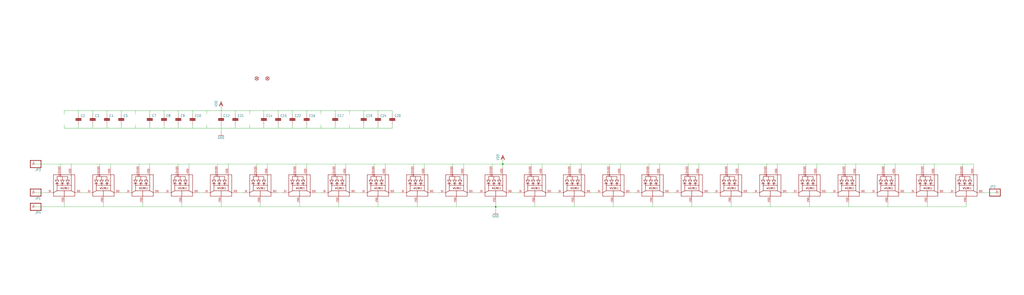
<source format=kicad_sch>
(kicad_sch (version 20231120) (generator "eeschema") (generator_version "8.0")
  (paper "User" 729.386 210.007)
  (lib_symbols
    (symbol "neopixel_ring_24-eagle-import:C-EUC0603"
      (property "Reference" "C" (at 1.524 0.381 0))
      (symbol "C-EUC0603_1_0"
        (rectangle (start -2.032 -2.032) (end 2.032 -1.524) (fill (type outline)))
        (rectangle (start -2.032 -1.016) (end 2.032 -0.508) (fill (type outline)))
        (polyline (pts (xy 0 -2.54) (xy 0 -2.032)) (stroke (width 0.1524)))
        (polyline (pts (xy 0 0) (xy 0 -0.508)) (stroke (width 0.1524)))
        (pin passive line (at 0 2.54 270) (length 2.54) (name "1") (number "1"))
        (pin passive line (at 0 -5.08 90) (length 2.54) (name "2") (number "2"))
      )
    )
    (symbol "neopixel_ring_24-eagle-import:FIDUCIAL{dblquote}{dblquote}"
      (symbol "FIDUCIAL{dblquote}{dblquote}_1_0"
        (polyline (pts (xy -0.762 0.762) (xy 0.762 -0.762)) (stroke (width 0.254)))
        (polyline (pts (xy 0.762 0.762) (xy -0.762 -0.762)) (stroke (width 0.254)))
        (circle (center 0 0) (radius 1.27) (stroke (width 0.254)))
      )
    )
    (symbol "neopixel_ring_24-eagle-import:GND" (power)
      (symbol "GND_1_0"
        (polyline (pts (xy -1.905 0) (xy 1.905 0)) (stroke (width 0.254)))
        (pin power_in line (at 0 2.54 270) (length 2.54) (name "GND") (number "1"))
      )
    )
    (symbol "neopixel_ring_24-eagle-import:PINHD-1X1CB"
      (property "Reference" "JP" (at -6.35 3.175 0))
      (symbol "PINHD-1X1CB_1_0"
        (polyline (pts (xy -6.35 -2.54) (xy 1.27 -2.54)) (stroke (width 0.4064)))
        (polyline (pts (xy -6.35 2.54) (xy -6.35 -2.54)) (stroke (width 0.4064)))
        (polyline (pts (xy 1.27 -2.54) (xy 1.27 2.54)) (stroke (width 0.4064)))
        (polyline (pts (xy 1.27 2.54) (xy -6.35 2.54)) (stroke (width 0.4064)))
        (pin passive inverted (at -2.54 0 0) (length 2.54) (name "1") (number "1"))
      )
    )
    (symbol "neopixel_ring_24-eagle-import:VDD" (power)
      (symbol "VDD_1_0"
        (polyline (pts (xy 0 0) (xy -1.27 -1.905)) (stroke (width 0.254)))
        (polyline (pts (xy 0 1.27) (xy -1.27 -1.905)) (stroke (width 0.254)))
        (polyline (pts (xy 1.27 -1.905) (xy 0 0)) (stroke (width 0.254)))
        (polyline (pts (xy 1.27 -1.905) (xy 0 1.27)) (stroke (width 0.254)))
        (pin power_in line (at 0 -2.54 90) (length 2.54) (name "VDD") (number "1"))
      )
    )
    (symbol "neopixel_ring_24-eagle-import:WS28115050"
      (symbol "WS28115050_1_0"
        (polyline (pts (xy -7.62 -5.08) (xy 0 -5.08)) (stroke (width 0.254)))
        (polyline (pts (xy -7.62 -2.54) (xy -7.62 -5.08)) (stroke (width 0.254)))
        (polyline (pts (xy -7.62 10.16) (xy -7.62 -2.54)) (stroke (width 0.254)))
        (polyline (pts (xy -6.35 3.81) (xy -5.08 3.81)) (stroke (width 0.254)))
        (polyline (pts (xy -6.35 6.35) (xy -5.08 6.35)) (stroke (width 0.254)))
        (polyline (pts (xy -5.08 -1.27) (xy -7.62 -2.54)) (stroke (width 0.254)))
        (polyline (pts (xy -5.08 -1.27) (xy 0 -1.27)) (stroke (width 0.254)))
        (polyline (pts (xy -5.08 2.54) (xy -5.08 -1.27)) (stroke (width 0.254)))
        (polyline (pts (xy -5.08 3.81) (xy -6.35 6.35)) (stroke (width 0.254)))
        (polyline (pts (xy -5.08 3.81) (xy -5.08 2.54)) (stroke (width 0.254)))
        (polyline (pts (xy -5.08 3.81) (xy -3.81 6.35)) (stroke (width 0.254)))
        (polyline (pts (xy -5.08 6.35) (xy -3.81 6.35)) (stroke (width 0.254)))
        (polyline (pts (xy -5.08 8.89) (xy -5.08 6.35)) (stroke (width 0.254)))
        (polyline (pts (xy -3.81 3.81) (xy -5.08 3.81)) (stroke (width 0.254)))
        (polyline (pts (xy -2.54 3.81) (xy -1.27 3.81)) (stroke (width 0.254)))
        (polyline (pts (xy -2.54 6.35) (xy 0 6.35)) (stroke (width 0.254)))
        (polyline (pts (xy -2.54 8.89) (xy -5.08 8.89)) (stroke (width 0.254)))
        (polyline (pts (xy -2.54 10.16) (xy -7.62 10.16)) (stroke (width 0.254)))
        (polyline (pts (xy -2.54 10.16) (xy -2.54 8.89)) (stroke (width 0.254)))
        (polyline (pts (xy -1.27 2.54) (xy -5.08 2.54)) (stroke (width 0.254)))
        (polyline (pts (xy -1.27 3.81) (xy -2.54 6.35)) (stroke (width 0.254)))
        (polyline (pts (xy -1.27 3.81) (xy -1.27 2.54)) (stroke (width 0.254)))
        (polyline (pts (xy -1.27 3.81) (xy 0 3.81)) (stroke (width 0.254)))
        (polyline (pts (xy -1.27 6.35) (xy -1.27 8.89)) (stroke (width 0.254)))
        (polyline (pts (xy -1.27 8.89) (xy -2.54 8.89)) (stroke (width 0.254)))
        (polyline (pts (xy 0 -5.08) (xy 7.62 -5.08)) (stroke (width 0.254)))
        (polyline (pts (xy 0 -1.27) (xy 0 -5.08)) (stroke (width 0.254)))
        (polyline (pts (xy 0 -1.27) (xy 5.08 -1.27)) (stroke (width 0.254)))
        (polyline (pts (xy 0 6.35) (xy -1.27 3.81)) (stroke (width 0.254)))
        (polyline (pts (xy 1.27 6.35) (xy 2.54 3.81)) (stroke (width 0.254)))
        (polyline (pts (xy 1.27 6.35) (xy 2.54 6.35)) (stroke (width 0.254)))
        (polyline (pts (xy 2.54 2.54) (xy -1.27 2.54)) (stroke (width 0.254)))
        (polyline (pts (xy 2.54 3.81) (xy 1.27 3.81)) (stroke (width 0.254)))
        (polyline (pts (xy 2.54 3.81) (xy 2.54 2.54)) (stroke (width 0.254)))
        (polyline (pts (xy 2.54 3.81) (xy 3.81 3.81)) (stroke (width 0.254)))
        (polyline (pts (xy 2.54 3.81) (xy 3.81 6.35)) (stroke (width 0.254)))
        (polyline (pts (xy 2.54 6.35) (xy 2.54 8.89)) (stroke (width 0.254)))
        (polyline (pts (xy 2.54 8.89) (xy -1.27 8.89)) (stroke (width 0.254)))
        (polyline (pts (xy 3.81 6.35) (xy 2.54 6.35)) (stroke (width 0.254)))
        (polyline (pts (xy 5.08 -1.27) (xy 5.08 2.54)) (stroke (width 0.254)))
        (polyline (pts (xy 5.08 -1.27) (xy 7.62 -2.54)) (stroke (width 0.254)))
        (polyline (pts (xy 5.08 2.54) (xy 2.54 2.54)) (stroke (width 0.254)))
        (polyline (pts (xy 5.08 10.16) (xy -2.54 10.16)) (stroke (width 0.254)))
        (polyline (pts (xy 5.08 10.16) (xy 5.08 2.54)) (stroke (width 0.254)))
        (polyline (pts (xy 7.62 -5.08) (xy 7.62 -2.54)) (stroke (width 0.254)))
        (polyline (pts (xy 7.62 -2.54) (xy 7.62 10.16)) (stroke (width 0.254)))
        (polyline (pts (xy 7.62 10.16) (xy 5.08 10.16)) (stroke (width 0.254)))
        (text "WS2811" (at 3.81 1.27 0) (effects (font (size 1.27 1.0795)) (justify right top)))
        (pin input line (at -12.7 -2.54 0) (length 5.08) (name "DI") (number "DI"))
        (pin output line (at 12.7 -2.54 180) (length 5.08) (name "DO") (number "DO"))
        (pin power_in line (at -2.54 15.24 270) (length 5.08) (name "LEDVDD") (number "LEDVDD"))
        (pin power_in line (at 5.08 15.24 270) (length 5.08) (name "VDD") (number "VDD"))
        (pin power_in line (at 0 -10.16 90) (length 5.08) (name "GND") (number "VSS"))
      )
    )
  )
  (junction (at 358.14 116.84))
  (junction (at 353.06 147.32))
  (wire (pts (xy 632.46 144.78) (xy 632.46 147.32)) (stroke (width 0.1524)))
  (wire (pts (xy 144.78 137.16) (xy 142.24 137.16)) (stroke (width 0.1524)))
  (wire (pts (xy 604.52 144.78) (xy 604.52 147.32)) (stroke (width 0.1524)))
  (wire (pts (xy 269.24 147.32) (xy 269.24 144.78)) (stroke (width 0.1524)))
  (wire (pts (xy 43.18 116.84) (xy 43.18 119.38)) (stroke (width 0.1524)))
  (wire (pts (xy 208.28 88.9) (xy 208.28 91.44)) (stroke (width 0.1524)))
  (wire (pts (xy 637.54 116.84) (xy 657.86 116.84)) (stroke (width 0.1524)))
  (wire (pts (xy 248.92 88.9) (xy 248.92 91.44)) (stroke (width 0.1524)))
  (wire (pts (xy 238.76 116.84) (xy 218.44 116.84)) (stroke (width 0.1524)))
  (wire (pts (xy 462.28 119.38) (xy 462.28 116.84)) (stroke (width 0.1524)))
  (wire (pts (xy 665.48 119.38) (xy 665.48 116.84)) (stroke (width 0.1524)))
  (wire (pts (xy 350.52 119.38) (xy 350.52 116.84)) (stroke (width 0.1524)))
  (wire (pts (xy 629.92 116.84) (xy 637.54 116.84)) (stroke (width 0.1524)))
  (wire (pts (xy 294.64 119.38) (xy 294.64 116.84)) (stroke (width 0.1524)))
  (wire (pts (xy 396.24 137.16) (xy 393.7 137.16)) (stroke (width 0.1524)))
  (wire (pts (xy 325.12 147.32) (xy 297.18 147.32)) (stroke (width 0.1524)))
  (wire (pts (xy 302.26 116.84) (xy 294.64 116.84)) (stroke (width 0.1524)))
  (wire (pts (xy 269.24 88.9) (xy 269.24 91.44)) (stroke (width 0.1524)))
  (wire (pts (xy 241.3 147.32) (xy 241.3 144.78)) (stroke (width 0.1524)))
  (wire (pts (xy 302.26 119.38) (xy 302.26 116.84)) (stroke (width 0.1524)))
  (wire (pts (xy 71.12 116.84) (xy 50.8 116.84)) (stroke (width 0.1524)))
  (wire (pts (xy 238.76 78.74) (xy 248.92 78.74)) (stroke (width 0.1524)))
  (wire (pts (xy 66.04 91.44) (xy 55.88 91.44)) (stroke (width 0.1524)))
  (wire (pts (xy 441.96 116.84) (xy 462.28 116.84)) (stroke (width 0.1524)))
  (wire (pts (xy 246.38 119.38) (xy 246.38 116.84)) (stroke (width 0.1524)))
  (wire (pts (xy 464.82 147.32) (xy 492.76 147.32)) (stroke (width 0.1524)))
  (wire (pts (xy 147.32 91.44) (xy 137.16 91.44)) (stroke (width 0.1524)))
  (wire (pts (xy 96.52 91.44) (xy 96.52 88.9)) (stroke (width 0.1524)))
  (wire (pts (xy 238.76 119.38) (xy 238.76 116.84)) (stroke (width 0.1524)))
  (wire (pts (xy 604.52 147.32) (xy 632.46 147.32)) (stroke (width 0.1524)))
  (wire (pts (xy 187.96 91.44) (xy 177.8 91.44)) (stroke (width 0.1524)))
  (wire (pts (xy 25.4 147.32) (xy 45.72 147.32)) (stroke (width 0.1524)))
  (wire (pts (xy 406.4 116.84) (xy 414.02 116.84)) (stroke (width 0.1524)))
  (wire (pts (xy 157.48 147.32) (xy 157.48 144.78)) (stroke (width 0.1524)))
  (wire (pts (xy 525.78 119.38) (xy 525.78 116.84)) (stroke (width 0.1524)))
  (wire (pts (xy 60.96 137.16) (xy 58.42 137.16)) (stroke (width 0.1524)))
  (wire (pts (xy 441.96 119.38) (xy 441.96 116.84)) (stroke (width 0.1524)))
  (wire (pts (xy 157.48 78.74) (xy 167.64 78.74)) (stroke (width 0.1524)))
  (wire (pts (xy 185.42 147.32) (xy 157.48 147.32)) (stroke (width 0.1524)))
  (wire (pts (xy 353.06 147.32) (xy 381 147.32)) (stroke (width 0.1524)))
  (wire (pts (xy 76.2 91.44) (xy 76.2 88.9)) (stroke (width 0.1524)))
  (wire (pts (xy 45.72 81.28) (xy 45.72 78.74)) (stroke (width 0.1524)))
  (wire (pts (xy 358.14 116.84) (xy 350.52 116.84)) (stroke (width 0.1524)))
  (wire (pts (xy 86.36 81.28) (xy 86.36 78.74)) (stroke (width 0.1524)))
  (wire (pts (xy 45.72 88.9) (xy 45.72 91.44)) (stroke (width 0.1524)))
  (wire (pts (xy 601.98 119.38) (xy 601.98 116.84)) (stroke (width 0.1524)))
  (wire (pts (xy 218.44 116.84) (xy 210.82 116.84)) (stroke (width 0.1524)))
  (wire (pts (xy 66.04 78.74) (xy 55.88 78.74)) (stroke (width 0.1524)))
  (wire (pts (xy 154.94 116.84) (xy 134.62 116.84)) (stroke (width 0.1524)))
  (wire (pts (xy 78.74 116.84) (xy 71.12 116.84)) (stroke (width 0.1524)))
  (wire (pts (xy 520.7 147.32) (xy 548.64 147.32)) (stroke (width 0.1524)))
  (wire (pts (xy 365.76 137.16) (xy 368.3 137.16)) (stroke (width 0.1524)))
  (wire (pts (xy 76.2 78.74) (xy 66.04 78.74)) (stroke (width 0.1524)))
  (wire (pts (xy 226.06 137.16) (xy 228.6 137.16)) (stroke (width 0.1524)))
  (wire (pts (xy 581.66 116.84) (xy 601.98 116.84)) (stroke (width 0.1524)))
  (wire (pts (xy 358.14 119.38) (xy 358.14 116.84)) (stroke (width 0.1524)))
  (wire (pts (xy 127 91.44) (xy 116.84 91.44)) (stroke (width 0.1524)))
  (wire (pts (xy 259.08 78.74) (xy 269.24 78.74)) (stroke (width 0.1524)))
  (wire (pts (xy 632.46 147.32) (xy 660.4 147.32)) (stroke (width 0.1524)))
  (wire (pts (xy 116.84 81.28) (xy 116.84 78.74)) (stroke (width 0.1524)))
  (wire (pts (xy 228.6 81.28) (xy 228.6 78.74)) (stroke (width 0.1524)))
  (wire (pts (xy 137.16 78.74) (xy 127 78.74)) (stroke (width 0.1524)))
  (wire (pts (xy 266.7 119.38) (xy 266.7 116.84)) (stroke (width 0.1524)))
  (wire (pts (xy 208.28 81.28) (xy 208.28 78.74)) (stroke (width 0.1524)))
  (wire (pts (xy 629.92 119.38) (xy 629.92 116.84)) (stroke (width 0.1524)))
  (wire (pts (xy 187.96 81.28) (xy 187.96 78.74)) (stroke (width 0.1524)))
  (wire (pts (xy 134.62 116.84) (xy 127 116.84)) (stroke (width 0.1524)))
  (wire (pts (xy 330.2 119.38) (xy 330.2 116.84)) (stroke (width 0.1524)))
  (wire (pts (xy 177.8 91.44) (xy 167.64 91.44)) (stroke (width 0.1524)))
  (wire (pts (xy 55.88 81.28) (xy 55.88 78.74)) (stroke (width 0.1524)))
  (wire (pts (xy 187.96 88.9) (xy 187.96 91.44)) (stroke (width 0.1524)))
  (wire (pts (xy 325.12 147.32) (xy 325.12 144.78)) (stroke (width 0.1524)))
  (wire (pts (xy 66.04 91.44) (xy 66.04 88.9)) (stroke (width 0.1524)))
  (wire (pts (xy 269.24 147.32) (xy 241.3 147.32)) (stroke (width 0.1524)))
  (wire (pts (xy 266.7 116.84) (xy 246.38 116.84)) (stroke (width 0.1524)))
  (wire (pts (xy 297.18 147.32) (xy 297.18 144.78)) (stroke (width 0.1524)))
  (wire (pts (xy 259.08 81.28) (xy 259.08 78.74)) (stroke (width 0.1524)))
  (wire (pts (xy 297.18 147.32) (xy 269.24 147.32)) (stroke (width 0.1524)))
  (wire (pts (xy 99.06 119.38) (xy 99.06 116.84)) (stroke (width 0.1524)))
  (wire (pts (xy 147.32 78.74) (xy 137.16 78.74)) (stroke (width 0.1524)))
  (wire (pts (xy 172.72 137.16) (xy 170.18 137.16)) (stroke (width 0.1524)))
  (wire (pts (xy 660.4 144.78) (xy 660.4 147.32)) (stroke (width 0.1524)))
  (wire (pts (xy 497.84 116.84) (xy 518.16 116.84)) (stroke (width 0.1524)))
  (wire (pts (xy 408.94 147.32) (xy 436.88 147.32)) (stroke (width 0.1524)))
  (wire (pts (xy 86.36 88.9) (xy 86.36 91.44)) (stroke (width 0.1524)))
  (wire (pts (xy 548.64 147.32) (xy 576.58 147.32)) (stroke (width 0.1524)))
  (wire (pts (xy 210.82 116.84) (xy 190.5 116.84)) (stroke (width 0.1524)))
  (wire (pts (xy 96.52 91.44) (xy 86.36 91.44)) (stroke (width 0.1524)))
  (wire (pts (xy 218.44 119.38) (xy 218.44 116.84)) (stroke (width 0.1524)))
  (wire (pts (xy 106.68 88.9) (xy 106.68 91.44)) (stroke (width 0.1524)))
  (wire (pts (xy 157.48 78.74) (xy 147.32 78.74)) (stroke (width 0.1524)))
  (wire (pts (xy 248.92 91.44) (xy 238.76 91.44)) (stroke (width 0.1524)))
  (wire (pts (xy 693.42 116.84) (xy 693.42 119.38)) (stroke (width 0.1524)))
  (wire (pts (xy 269.24 81.28) (xy 269.24 78.74)) (stroke (width 0.1524)))
  (wire (pts (xy 259.08 91.44) (xy 248.92 91.44)) (stroke (width 0.1524)))
  (wire (pts (xy 147.32 88.9) (xy 147.32 91.44)) (stroke (width 0.1524)))
  (wire (pts (xy 190.5 116.84) (xy 182.88 116.84)) (stroke (width 0.1524)))
  (wire (pts (xy 162.56 119.38) (xy 162.56 116.84)) (stroke (width 0.1524)))
  (wire (pts (xy 157.48 147.32) (xy 129.54 147.32)) (stroke (width 0.1524)))
  (wire (pts (xy 101.6 147.32) (xy 73.66 147.32)) (stroke (width 0.1524)))
  (wire (pts (xy 469.9 119.38) (xy 469.9 116.84)) (stroke (width 0.1524)))
  (wire (pts (xy 134.62 119.38) (xy 134.62 116.84)) (stroke (width 0.1524)))
  (wire (pts (xy 274.32 116.84) (xy 266.7 116.84)) (stroke (width 0.1524)))
  (wire (pts (xy 86.36 91.44) (xy 76.2 91.44)) (stroke (width 0.1524)))
  (wire (pts (xy 190.5 119.38) (xy 190.5 116.84)) (stroke (width 0.1524)))
  (wire (pts (xy 353.06 147.32) (xy 353.06 149.86)) (stroke (width 0.1524)))
  (wire (pts (xy 353.06 144.78) (xy 353.06 147.32)) (stroke (width 0.1524)))
  (wire (pts (xy 137.16 91.44) (xy 127 91.44)) (stroke (width 0.1524)))
  (wire (pts (xy 177.8 88.9) (xy 177.8 91.44)) (stroke (width 0.1524)))
  (wire (pts (xy 106.68 91.44) (xy 96.52 91.44)) (stroke (width 0.1524)))
  (wire (pts (xy 381 147.32) (xy 408.94 147.32)) (stroke (width 0.1524)))
  (wire (pts (xy 198.12 78.74) (xy 208.28 78.74)) (stroke (width 0.1524)))
  (wire (pts (xy 127 119.38) (xy 127 116.84)) (stroke (width 0.1524)))
  (wire (pts (xy 386.08 119.38) (xy 386.08 116.84)) (stroke (width 0.1524)))
  (wire (pts (xy 167.64 88.9) (xy 167.64 91.44)) (stroke (width 0.1524)))
  (wire (pts (xy 660.4 147.32) (xy 688.34 147.32)) (stroke (width 0.1524)))
  (wire (pts (xy 228.6 91.44) (xy 218.44 91.44)) (stroke (width 0.1524)))
  (wire (pts (xy 436.88 147.32) (xy 464.82 147.32)) (stroke (width 0.1524)))
  (wire (pts (xy 688.34 147.32) (xy 688.34 144.78)) (stroke (width 0.1524)))
  (wire (pts (xy 116.84 137.16) (xy 114.3 137.16)) (stroke (width 0.1524)))
  (wire (pts (xy 561.34 137.16) (xy 563.88 137.16)) (stroke (width 0.1524)))
  (wire (pts (xy 589.28 137.16) (xy 591.82 137.16)) (stroke (width 0.1524)))
  (wire (pts (xy 96.52 81.28) (xy 96.52 78.74)) (stroke (width 0.1524)))
  (wire (pts (xy 208.28 78.74) (xy 218.44 78.74)) (stroke (width 0.1524)))
  (wire (pts (xy 116.84 91.44) (xy 116.84 88.9)) (stroke (width 0.1524)))
  (wire (pts (xy 490.22 116.84) (xy 497.84 116.84)) (stroke (width 0.1524)))
  (wire (pts (xy 657.86 116.84) (xy 665.48 116.84)) (stroke (width 0.1524)))
  (wire (pts (xy 525.78 116.84) (xy 546.1 116.84)) (stroke (width 0.1524)))
  (wire (pts (xy 157.48 91.44) (xy 157.48 93.98)) (stroke (width 0.1524)))
  (wire (pts (xy 574.04 119.38) (xy 574.04 116.84)) (stroke (width 0.1524)))
  (wire (pts (xy 434.34 116.84) (xy 441.96 116.84)) (stroke (width 0.1524)))
  (wire (pts (xy 127 91.44) (xy 127 88.9)) (stroke (width 0.1524)))
  (wire (pts (xy 71.12 119.38) (xy 71.12 116.84)) (stroke (width 0.1524)))
  (wire (pts (xy 208.28 91.44) (xy 198.12 91.44)) (stroke (width 0.1524)))
  (wire (pts (xy 274.32 119.38) (xy 274.32 116.84)) (stroke (width 0.1524)))
  (wire (pts (xy 73.66 147.32) (xy 73.66 144.78)) (stroke (width 0.1524)))
  (wire (pts (xy 322.58 119.38) (xy 322.58 116.84)) (stroke (width 0.1524)))
  (wire (pts (xy 228.6 78.74) (xy 238.76 78.74)) (stroke (width 0.1524)))
  (wire (pts (xy 546.1 119.38) (xy 546.1 116.84)) (stroke (width 0.1524)))
  (wire (pts (xy 137.16 91.44) (xy 137.16 88.9)) (stroke (width 0.1524)))
  (wire (pts (xy 322.58 116.84) (xy 302.26 116.84)) (stroke (width 0.1524)))
  (wire (pts (xy 406.4 119.38) (xy 406.4 116.84)) (stroke (width 0.1524)))
  (wire (pts (xy 248.92 81.28) (xy 248.92 78.74)) (stroke (width 0.1524)))
  (wire (pts (xy 198.12 81.28) (xy 198.12 78.74)) (stroke (width 0.1524)))
  (wire (pts (xy 464.82 144.78) (xy 464.82 147.32)) (stroke (width 0.1524)))
  (wire (pts (xy 685.8 116.84) (xy 693.42 116.84)) (stroke (width 0.1524)))
  (wire (pts (xy 378.46 116.84) (xy 386.08 116.84)) (stroke (width 0.1524)))
  (wire (pts (xy 436.88 144.78) (xy 436.88 147.32)) (stroke (width 0.1524)))
  (wire (pts (xy 157.48 88.9) (xy 157.48 91.44)) (stroke (width 0.1524)))
  (wire (pts (xy 424.18 137.16) (xy 421.64 137.16)) (stroke (width 0.1524)))
  (wire (pts (xy 469.9 116.84) (xy 490.22 116.84)) (stroke (width 0.1524)))
  (wire (pts (xy 106.68 81.28) (xy 106.68 78.74)) (stroke (width 0.1524)))
  (wire (pts (xy 269.24 91.44) (xy 259.08 91.44)) (stroke (width 0.1524)))
  (wire (pts (xy 218.44 81.28) (xy 218.44 78.74)) (stroke (width 0.1524)))
  (wire (pts (xy 167.64 91.44) (xy 157.48 91.44)) (stroke (width 0.1524)))
  (wire (pts (xy 127 78.74) (xy 116.84 78.74)) (stroke (width 0.1524)))
  (wire (pts (xy 116.84 91.44) (xy 106.68 91.44)) (stroke (width 0.1524)))
  (wire (pts (xy 462.28 116.84) (xy 469.9 116.84)) (stroke (width 0.1524)))
  (wire (pts (xy 127 116.84) (xy 106.68 116.84)) (stroke (width 0.1524)))
  (wire (pts (xy 88.9 137.16) (xy 86.36 137.16)) (stroke (width 0.1524)))
  (wire (pts (xy 279.4 91.44) (xy 269.24 91.44)) (stroke (width 0.1524)))
  (wire (pts (xy 198.12 91.44) (xy 187.96 91.44)) (stroke (width 0.1524)))
  (wire (pts (xy 581.66 119.38) (xy 581.66 116.84)) (stroke (width 0.1524)))
  (wire (pts (xy 330.2 116.84) (xy 322.58 116.84)) (stroke (width 0.1524)))
  (wire (pts (xy 281.94 137.16) (xy 284.48 137.16)) (stroke (width 0.1524)))
  (wire (pts (xy 492.76 147.32) (xy 520.7 147.32)) (stroke (width 0.1524)))
  (wire (pts (xy 497.84 119.38) (xy 497.84 116.84)) (stroke (width 0.1524)))
  (wire (pts (xy 147.32 81.28) (xy 147.32 78.74)) (stroke (width 0.1524)))
  (wire (pts (xy 218.44 88.9) (xy 218.44 91.44)) (stroke (width 0.1524)))
  (wire (pts (xy 241.3 147.32) (xy 213.36 147.32)) (stroke (width 0.1524)))
  (wire (pts (xy 73.66 147.32) (xy 45.72 147.32)) (stroke (width 0.1524)))
  (wire (pts (xy 518.16 119.38) (xy 518.16 116.84)) (stroke (width 0.1524)))
  (wire (pts (xy 414.02 116.84) (xy 434.34 116.84)) (stroke (width 0.1524)))
  (wire (pts (xy 86.36 78.74) (xy 76.2 78.74)) (stroke (width 0.1524)))
  (wire (pts (xy 657.86 119.38) (xy 657.86 116.84)) (stroke (width 0.1524)))
  (wire (pts (xy 609.6 116.84) (xy 629.92 116.84)) (stroke (width 0.1524)))
  (wire (pts (xy 414.02 119.38) (xy 414.02 116.84)) (stroke (width 0.1524)))
  (wire (pts (xy 480.06 137.16) (xy 477.52 137.16)) (stroke (width 0.1524)))
  (wire (pts (xy 50.8 116.84) (xy 43.18 116.84)) (stroke (width 0.1524)))
  (wire (pts (xy 167.64 78.74) (xy 177.8 78.74)) (stroke (width 0.1524)))
  (wire (pts (xy 127 81.28) (xy 127 78.74)) (stroke (width 0.1524)))
  (wire (pts (xy 452.12 137.16) (xy 449.58 137.16)) (stroke (width 0.1524)))
  (wire (pts (xy 553.72 116.84) (xy 574.04 116.84)) (stroke (width 0.1524)))
  (wire (pts (xy 434.34 119.38) (xy 434.34 116.84)) (stroke (width 0.1524)))
  (wire (pts (xy 45.72 78.74) (xy 55.88 78.74)) (stroke (width 0.1524)))
  (wire (pts (xy 353.06 147.32) (xy 325.12 147.32)) (stroke (width 0.1524)))
  (wire (pts (xy 55.88 91.44) (xy 55.88 88.9)) (stroke (width 0.1524)))
  (wire (pts (xy 279.4 78.74) (xy 279.4 81.28)) (stroke (width 0.1524)))
  (wire (pts (xy 198.12 88.9) (xy 198.12 91.44)) (stroke (width 0.1524)))
  (wire (pts (xy 167.64 81.28) (xy 167.64 78.74)) (stroke (width 0.1524)))
  (wire (pts (xy 576.58 144.78) (xy 576.58 147.32)) (stroke (width 0.1524)))
  (wire (pts (xy 96.52 78.74) (xy 86.36 78.74)) (stroke (width 0.1524)))
  (wire (pts (xy 213.36 147.32) (xy 185.42 147.32)) (stroke (width 0.1524)))
  (wire (pts (xy 337.82 137.16) (xy 340.36 137.16)) (stroke (width 0.1524)))
  (wire (pts (xy 157.48 81.28) (xy 157.48 78.74)) (stroke (width 0.1524)))
  (wire (pts (xy 76.2 81.28) (xy 76.2 78.74)) (stroke (width 0.1524)))
  (wire (pts (xy 187.96 78.74) (xy 198.12 78.74)) (stroke (width 0.1524)))
  (wire (pts (xy 106.68 78.74) (xy 96.52 78.74)) (stroke (width 0.1524)))
  (wire (pts (xy 408.94 144.78) (xy 408.94 147.32)) (stroke (width 0.1524)))
  (wire (pts (xy 601.98 116.84) (xy 609.6 116.84)) (stroke (width 0.1524)))
  (wire (pts (xy 378.46 119.38) (xy 378.46 116.84)) (stroke (width 0.1524)))
  (wire (pts (xy 162.56 116.84) (xy 154.94 116.84)) (stroke (width 0.1524)))
  (wire (pts (xy 185.42 147.32) (xy 185.42 144.78)) (stroke (width 0.1524)))
  (wire (pts (xy 66.04 81.28) (xy 66.04 78.74)) (stroke (width 0.1524)))
  (wire (pts (xy 246.38 116.84) (xy 238.76 116.84)) (stroke (width 0.1524)))
  (wire (pts (xy 45.72 91.44) (xy 55.88 91.44)) (stroke (width 0.1524)))
  (wire (pts (xy 129.54 147.32) (xy 101.6 147.32)) (stroke (width 0.1524)))
  (wire (pts (xy 238.76 81.28) (xy 238.76 78.74)) (stroke (width 0.1524)))
  (wire (pts (xy 154.94 119.38) (xy 154.94 116.84)) (stroke (width 0.1524)))
  (wire (pts (xy 279.4 88.9) (xy 279.4 91.44)) (stroke (width 0.1524)))
  (wire (pts (xy 576.58 147.32) (xy 604.52 147.32)) (stroke (width 0.1524)))
  (wire (pts (xy 665.48 116.84) (xy 685.8 116.84)) (stroke (width 0.1524)))
  (wire (pts (xy 25.4 137.16) (xy 33.02 137.16)) (stroke (width 0.1524)))
  (wire (pts (xy 617.22 137.16) (xy 619.76 137.16)) (stroke (width 0.1524)))
  (wire (pts (xy 106.68 119.38) (xy 106.68 116.84)) (stroke (width 0.1524)))
  (wire (pts (xy 259.08 88.9) (xy 259.08 91.44)) (stroke (width 0.1524)))
  (wire (pts (xy 358.14 116.84) (xy 358.14 114.3)) (stroke (width 0.1524)))
  (wire (pts (xy 609.6 119.38) (xy 609.6 116.84)) (stroke (width 0.1524)))
  (wire (pts (xy 129.54 147.32) (xy 129.54 144.78)) (stroke (width 0.1524)))
  (wire (pts (xy 218.44 78.74) (xy 228.6 78.74)) (stroke (width 0.1524)))
  (wire (pts (xy 99.06 116.84) (xy 78.74 116.84)) (stroke (width 0.1524)))
  (wire (pts (xy 294.64 116.84) (xy 274.32 116.84)) (stroke (width 0.1524)))
  (wire (pts (xy 248.92 78.74) (xy 259.08 78.74)) (stroke (width 0.1524)))
  (wire (pts (xy 645.16 137.16) (xy 647.7 137.16)) (stroke (width 0.1524)))
  (wire (pts (xy 50.8 119.38) (xy 50.8 116.84)) (stroke (width 0.1524)))
  (wire (pts (xy 518.16 116.84) (xy 525.78 116.84)) (stroke (width 0.1524)))
  (wire (pts (xy 177.8 81.28) (xy 177.8 78.74)) (stroke (width 0.1524)))
  (wire (pts (xy 238.76 91.44) (xy 228.6 91.44)) (stroke (width 0.1524)))
  (wire (pts (xy 350.52 116.84) (xy 330.2 116.84)) (stroke (width 0.1524)))
  (wire (pts (xy 25.4 116.84) (xy 43.18 116.84)) (stroke (width 0.1524)))
  (wire (pts (xy 553.72 119.38) (xy 553.72 116.84)) (stroke (width 0.1524)))
  (wire (pts (xy 101.6 147.32) (xy 101.6 144.78)) (stroke (width 0.1524)))
  (wire (pts (xy 106.68 116.84) (xy 99.06 116.84)) (stroke (width 0.1524)))
  (wire (pts (xy 228.6 88.9) (xy 228.6 91.44)) (stroke (width 0.1524)))
  (wire (pts (xy 520.7 144.78) (xy 520.7 147.32)) (stroke (width 0.1524)))
  (wire (pts (xy 254 137.16) (xy 256.54 137.16)) (stroke (width 0.1524)))
  (wire (pts (xy 492.76 144.78) (xy 492.76 147.32)) (stroke (width 0.1524)))
  (wire (pts (xy 574.04 116.84) (xy 581.66 116.84)) (stroke (width 0.1524)))
  (wire (pts (xy 386.08 116.84) (xy 406.4 116.84)) (stroke (width 0.1524)))
  (wire (pts (xy 177.8 78.74) (xy 187.96 78.74)) (stroke (width 0.1524)))
  (wire (pts (xy 490.22 119.38) (xy 490.22 116.84)) (stroke (width 0.1524)))
  (wire (pts (xy 157.48 78.74) (xy 157.48 76.2)) (stroke (width 0.1524)))
  (wire (pts (xy 548.64 144.78) (xy 548.64 147.32)) (stroke (width 0.1524)))
  (wire (pts (xy 182.88 119.38) (xy 182.88 116.84)) (stroke (width 0.1524)))
  (wire (pts (xy 157.48 91.44) (xy 147.32 91.44)) (stroke (width 0.1524)))
  (wire (pts (xy 701.04 137.16) (xy 708.66 137.16)) (stroke (width 0.1524)))
  (wire (pts (xy 535.94 137.16) (xy 533.4 137.16)) (stroke (width 0.1524)))
  (wire (pts (xy 116.84 78.74) (xy 106.68 78.74)) (stroke (width 0.1524)))
  (wire (pts (xy 238.76 88.9) (xy 238.76 91.44)) (stroke (width 0.1524)))
  (wire (pts (xy 182.88 116.84) (xy 162.56 116.84)) (stroke (width 0.1524)))
  (wire (pts (xy 309.88 137.16) (xy 312.42 137.16)) (stroke (width 0.1524)))
  (wire (pts (xy 546.1 116.84) (xy 553.72 116.84)) (stroke (width 0.1524)))
  (wire (pts (xy 358.14 116.84) (xy 378.46 116.84)) (stroke (width 0.1524)))
  (wire (pts (xy 78.74 119.38) (xy 78.74 116.84)) (stroke (width 0.1524)))
  (wire (pts (xy 76.2 91.44) (xy 66.04 91.44)) (stroke (width 0.1524)))
  (wire (pts (xy 673.1 137.16) (xy 675.64 137.16)) (stroke (width 0.1524)))
  (wire (pts (xy 508 137.16) (xy 505.46 137.16)) (stroke (width 0.1524)))
  (wire (pts (xy 137.16 81.28) (xy 137.16 78.74)) (stroke (width 0.1524)))
  (wire (pts (xy 218.44 91.44) (xy 208.28 91.44)) (stroke (width 0.1524)))
  (wire (pts (xy 213.36 147.32) (xy 213.36 144.78)) (stroke (width 0.1524)))
  (wire (pts (xy 685.8 119.38) (xy 685.8 116.84)) (stroke (width 0.1524)))
  (wire (pts (xy 381 144.78) (xy 381 147.32)) (stroke (width 0.1524)))
  (wire (pts (xy 45.72 147.32) (xy 45.72 144.78)) (stroke (width 0.1524)))
  (wire (pts (xy 200.66 137.16) (xy 198.12 137.16)) (stroke (width 0.1524)))
  (wire (pts (xy 269.24 78.74) (xy 279.4 78.74)) (stroke (width 0.1524)))
  (wire (pts (xy 210.82 119.38) (xy 210.82 116.84)) (stroke (width 0.1524)))
  (wire (pts (xy 637.54 119.38) (xy 637.54 116.84)) (stroke (width 0.1524)))
  (symbol (lib_id "neopixel_ring_24-eagle-import:WS28115050") (at 408.94 134.62 0) (unit 1)
    (property "Reference" "LED14" (effects (hide yes)))
    (property "Value" "WS28115050" (effects (hide yes)))
    (property "Footprint" "neopixel_ring_24:WS28115050" (effects (hide yes)))
  )
  (symbol (lib_id "neopixel_ring_24-eagle-import:WS28115050") (at 213.36 134.62 0) (unit 1)
    (property "Reference" "LED7" (effects (hide yes)))
    (property "Value" "WS28115050" (effects (hide yes)))
    (property "Footprint" "neopixel_ring_24:WS28115050" (effects (hide yes)))
  )
  (symbol (lib_id "neopixel_ring_24-eagle-import:C-EUC0603") (at 187.96 83.82 0) (unit 1)
    (property "Reference" "C14" (at 189.484 83.439 0) (effects (font (size 1.778 1.5113)) (justify left bottom)))
    (property "Value" "C-EUC0603" (effects (hide yes)))
    (property "Footprint" "neopixel_ring_24:C0603" (effects (hide yes)))
  )
  (symbol (lib_id "neopixel_ring_24-eagle-import:C-EUC0603") (at 238.76 83.82 0) (unit 1)
    (property "Reference" "C17" (at 240.284 83.439 0) (effects (font (size 1.778 1.5113)) (justify left bottom)))
    (property "Value" "C-EUC0603" (effects (hide yes)))
    (property "Footprint" "neopixel_ring_24:C0603" (effects (hide yes)))
  )
  (symbol (lib_id "neopixel_ring_24-eagle-import:FIDUCIAL{dblquote}{dblquote}") (at 190.5 55.88 0) (unit 1)
    (property "Reference" "FID2" (effects (hide yes)))
    (property "Value" "FIDUCIAL{dblquote}{dblquote}" (effects (hide yes)))
    (property "Footprint" "neopixel_ring_24:FIDUCIAL_1MM" (effects (hide yes)))
  )
  (symbol (lib_id "neopixel_ring_24-eagle-import:C-EUC0603") (at 157.48 83.82 0) (unit 1)
    (property "Reference" "C12" (at 159.004 83.439 0) (effects (font (size 1.778 1.5113)) (justify left bottom)))
    (property "Value" "C-EUC0603" (effects (hide yes)))
    (property "Footprint" "neopixel_ring_24:C0603" (effects (hide yes)))
  )
  (symbol (lib_id "neopixel_ring_24-eagle-import:PINHD-1X1CB") (at 22.86 116.84 180) (unit 1)
    (property "Reference" "JP3" (at 29.21 120.015 0) (effects (font (size 1.778 1.5113)) (justify left bottom)))
    (property "Value" "PINHD-1X1CB" (effects (hide yes)))
    (property "Footprint" "neopixel_ring_24:1X01-CLEANBIG" (effects (hide yes)))
  )
  (symbol (lib_id "neopixel_ring_24-eagle-import:WS28115050") (at 492.76 134.62 0) (unit 1)
    (property "Reference" "LED17" (effects (hide yes)))
    (property "Value" "WS28115050" (effects (hide yes)))
    (property "Footprint" "neopixel_ring_24:WS28115050" (effects (hide yes)))
  )
  (symbol (lib_id "neopixel_ring_24-eagle-import:C-EUC0603") (at 167.64 83.82 0) (unit 1)
    (property "Reference" "C21" (at 169.164 83.439 0) (effects (font (size 1.778 1.5113)) (justify left bottom)))
    (property "Value" "C-EUC0603" (effects (hide yes)))
    (property "Footprint" "neopixel_ring_24:C0603" (effects (hide yes)))
  )
  (symbol (lib_id "neopixel_ring_24-eagle-import:WS28115050") (at 436.88 134.62 0) (unit 1)
    (property "Reference" "LED15" (effects (hide yes)))
    (property "Value" "WS28115050" (effects (hide yes)))
    (property "Footprint" "neopixel_ring_24:WS28115050" (effects (hide yes)))
  )
  (symbol (lib_id "neopixel_ring_24-eagle-import:C-EUC0603") (at 66.04 83.82 0) (unit 1)
    (property "Reference" "C3" (at 67.564 83.439 0) (effects (font (size 1.778 1.5113)) (justify left bottom)))
    (property "Value" "C-EUC0603" (effects (hide yes)))
    (property "Footprint" "neopixel_ring_24:C0603" (effects (hide yes)))
  )
  (symbol (lib_id "neopixel_ring_24-eagle-import:WS28115050") (at 576.58 134.62 0) (unit 1)
    (property "Reference" "LED20" (effects (hide yes)))
    (property "Value" "WS28115050" (effects (hide yes)))
    (property "Footprint" "neopixel_ring_24:WS28115050" (effects (hide yes)))
  )
  (symbol (lib_id "neopixel_ring_24-eagle-import:WS28115050") (at 632.46 134.62 0) (unit 1)
    (property "Reference" "LED22" (effects (hide yes)))
    (property "Value" "WS28115050" (effects (hide yes)))
    (property "Footprint" "neopixel_ring_24:WS28115050" (effects (hide yes)))
  )
  (symbol (lib_id "neopixel_ring_24-eagle-import:C-EUC0603") (at 279.4 83.82 0) (unit 1)
    (property "Reference" "C20" (at 280.924 83.439 0) (effects (font (size 1.778 1.5113)) (justify left bottom)))
    (property "Value" "C-EUC0603" (effects (hide yes)))
    (property "Footprint" "neopixel_ring_24:C0603" (effects (hide yes)))
  )
  (symbol (lib_id "neopixel_ring_24-eagle-import:WS28115050") (at 241.3 134.62 0) (unit 1)
    (property "Reference" "LED8" (effects (hide yes)))
    (property "Value" "WS28115050" (effects (hide yes)))
    (property "Footprint" "neopixel_ring_24:WS28115050" (effects (hide yes)))
  )
  (symbol (lib_id "neopixel_ring_24-eagle-import:C-EUC0603") (at 269.24 83.82 0) (unit 1)
    (property "Reference" "C24" (at 270.764 83.439 0) (effects (font (size 1.778 1.5113)) (justify left bottom)))
    (property "Value" "C-EUC0603" (effects (hide yes)))
    (property "Footprint" "neopixel_ring_24:C0603" (effects (hide yes)))
  )
  (symbol (lib_id "neopixel_ring_24-eagle-import:C-EUC0603") (at 116.84 83.82 0) (unit 1)
    (property "Reference" "C8" (at 118.364 83.439 0) (effects (font (size 1.778 1.5113)) (justify left bottom)))
    (property "Value" "C-EUC0603" (effects (hide yes)))
    (property "Footprint" "neopixel_ring_24:C0603" (effects (hide yes)))
  )
  (symbol (lib_id "neopixel_ring_24-eagle-import:GND") (at 353.06 152.4 0) (unit 1)
    (property "Reference" "#GND1" (effects (hide yes)))
    (property "Value" "GND" (at 350.52 154.94 0) (effects (font (size 1.778 1.5113)) (justify left bottom)))
  )
  (symbol (lib_id "neopixel_ring_24-eagle-import:C-EUC0603") (at 106.68 83.82 0) (unit 1)
    (property "Reference" "C7" (at 108.204 83.439 0) (effects (font (size 1.778 1.5113)) (justify left bottom)))
    (property "Value" "C-EUC0603" (effects (hide yes)))
    (property "Footprint" "neopixel_ring_24:C0603" (effects (hide yes)))
  )
  (symbol (lib_id "neopixel_ring_24-eagle-import:WS28115050") (at 548.64 134.62 0) (unit 1)
    (property "Reference" "LED19" (effects (hide yes)))
    (property "Value" "WS28115050" (effects (hide yes)))
    (property "Footprint" "neopixel_ring_24:WS28115050" (effects (hide yes)))
  )
  (symbol (lib_id "neopixel_ring_24-eagle-import:WS28115050") (at 325.12 134.62 0) (unit 1)
    (property "Reference" "LED11" (effects (hide yes)))
    (property "Value" "WS28115050" (effects (hide yes)))
    (property "Footprint" "neopixel_ring_24:WS28115050" (effects (hide yes)))
  )
  (symbol (lib_id "neopixel_ring_24-eagle-import:WS28115050") (at 101.6 134.62 0) (unit 1)
    (property "Reference" "LED3" (effects (hide yes)))
    (property "Value" "WS28115050" (effects (hide yes)))
    (property "Footprint" "neopixel_ring_24:WS28115050" (effects (hide yes)))
  )
  (symbol (lib_id "neopixel_ring_24-eagle-import:C-EUC0603") (at 259.08 83.82 0) (unit 1)
    (property "Reference" "C19" (at 260.604 83.439 0) (effects (font (size 1.778 1.5113)) (justify left bottom)))
    (property "Value" "C-EUC0603" (effects (hide yes)))
    (property "Footprint" "neopixel_ring_24:C0603" (effects (hide yes)))
  )
  (symbol (lib_id "neopixel_ring_24-eagle-import:WS28115050") (at 297.18 134.62 0) (unit 1)
    (property "Reference" "LED10" (effects (hide yes)))
    (property "Value" "WS28115050" (effects (hide yes)))
    (property "Footprint" "neopixel_ring_24:WS28115050" (effects (hide yes)))
  )
  (symbol (lib_id "neopixel_ring_24-eagle-import:WS28115050") (at 185.42 134.62 0) (unit 1)
    (property "Reference" "LED6" (effects (hide yes)))
    (property "Value" "WS28115050" (effects (hide yes)))
    (property "Footprint" "neopixel_ring_24:WS28115050" (effects (hide yes)))
  )
  (symbol (lib_id "neopixel_ring_24-eagle-import:VDD") (at 358.14 111.76 0) (unit 1)
    (property "Reference" "#VDD1" (effects (hide yes)))
    (property "Value" "VDD" (at 355.6 114.3 90) (effects (font (size 1.778 1.5113)) (justify left bottom)))
  )
  (symbol (lib_id "neopixel_ring_24-eagle-import:FIDUCIAL{dblquote}{dblquote}") (at 182.88 55.88 0) (unit 1)
    (property "Reference" "FID1" (effects (hide yes)))
    (property "Value" "FIDUCIAL{dblquote}{dblquote}" (effects (hide yes)))
    (property "Footprint" "neopixel_ring_24:FIDUCIAL_1MM" (effects (hide yes)))
  )
  (symbol (lib_id "neopixel_ring_24-eagle-import:WS28115050") (at 604.52 134.62 0) (unit 1)
    (property "Reference" "LED21" (effects (hide yes)))
    (property "Value" "WS28115050" (effects (hide yes)))
    (property "Footprint" "neopixel_ring_24:WS28115050" (effects (hide yes)))
  )
  (symbol (lib_id "neopixel_ring_24-eagle-import:C-EUC0603") (at 55.88 83.82 0) (unit 1)
    (property "Reference" "C2" (at 57.404 83.439 0) (effects (font (size 1.778 1.5113)) (justify left bottom)))
    (property "Value" "C-EUC0603" (effects (hide yes)))
    (property "Footprint" "neopixel_ring_24:C0603" (effects (hide yes)))
  )
  (symbol (lib_id "neopixel_ring_24-eagle-import:WS28115050") (at 269.24 134.62 0) (unit 1)
    (property "Reference" "LED9" (effects (hide yes)))
    (property "Value" "WS28115050" (effects (hide yes)))
    (property "Footprint" "neopixel_ring_24:WS28115050" (effects (hide yes)))
  )
  (symbol (lib_id "neopixel_ring_24-eagle-import:WS28115050") (at 381 134.62 0) (unit 1)
    (property "Reference" "LED13" (effects (hide yes)))
    (property "Value" "WS28115050" (effects (hide yes)))
    (property "Footprint" "neopixel_ring_24:WS28115050" (effects (hide yes)))
  )
  (symbol (lib_id "neopixel_ring_24-eagle-import:C-EUC0603") (at 198.12 83.82 0) (unit 1)
    (property "Reference" "C15" (at 199.644 83.439 0) (effects (font (size 1.778 1.5113)) (justify left bottom)))
    (property "Value" "C-EUC0603" (effects (hide yes)))
    (property "Footprint" "neopixel_ring_24:C0603" (effects (hide yes)))
  )
  (symbol (lib_id "neopixel_ring_24-eagle-import:C-EUC0603") (at 76.2 83.82 0) (unit 1)
    (property "Reference" "C4" (at 77.724 83.439 0) (effects (font (size 1.778 1.5113)) (justify left bottom)))
    (property "Value" "C-EUC0603" (effects (hide yes)))
    (property "Footprint" "neopixel_ring_24:C0603" (effects (hide yes)))
  )
  (symbol (lib_id "neopixel_ring_24-eagle-import:WS28115050") (at 464.82 134.62 0) (unit 1)
    (property "Reference" "LED16" (effects (hide yes)))
    (property "Value" "WS28115050" (effects (hide yes)))
    (property "Footprint" "neopixel_ring_24:WS28115050" (effects (hide yes)))
  )
  (symbol (lib_id "neopixel_ring_24-eagle-import:C-EUC0603") (at 86.36 83.82 0) (unit 1)
    (property "Reference" "C5" (at 87.884 83.439 0) (effects (font (size 1.778 1.5113)) (justify left bottom)))
    (property "Value" "C-EUC0603" (effects (hide yes)))
    (property "Footprint" "neopixel_ring_24:C0603" (effects (hide yes)))
  )
  (symbol (lib_id "neopixel_ring_24-eagle-import:C-EUC0603") (at 208.28 83.82 0) (unit 1)
    (property "Reference" "C22" (at 209.804 83.439 0) (effects (font (size 1.778 1.5113)) (justify left bottom)))
    (property "Value" "C-EUC0603" (effects (hide yes)))
    (property "Footprint" "neopixel_ring_24:C0603" (effects (hide yes)))
  )
  (symbol (lib_id "neopixel_ring_24-eagle-import:C-EUC0603") (at 137.16 83.82 0) (unit 1)
    (property "Reference" "C10" (at 138.684 83.439 0) (effects (font (size 1.778 1.5113)) (justify left bottom)))
    (property "Value" "C-EUC0603" (effects (hide yes)))
    (property "Footprint" "neopixel_ring_24:C0603" (effects (hide yes)))
  )
  (symbol (lib_id "neopixel_ring_24-eagle-import:WS28115050") (at 129.54 134.62 0) (unit 1)
    (property "Reference" "LED4" (effects (hide yes)))
    (property "Value" "WS28115050" (effects (hide yes)))
    (property "Footprint" "neopixel_ring_24:WS28115050" (effects (hide yes)))
  )
  (symbol (lib_id "neopixel_ring_24-eagle-import:PINHD-1X1CB") (at 22.86 147.32 180) (unit 1)
    (property "Reference" "JP4" (at 29.21 150.495 0) (effects (font (size 1.778 1.5113)) (justify left bottom)))
    (property "Value" "PINHD-1X1CB" (effects (hide yes)))
    (property "Footprint" "neopixel_ring_24:1X01-CLEANBIG" (effects (hide yes)))
  )
  (symbol (lib_id "neopixel_ring_24-eagle-import:C-EUC0603") (at 218.44 83.82 0) (unit 1)
    (property "Reference" "C16" (at 219.964 83.439 0) (effects (font (size 1.778 1.5113)) (justify left bottom)))
    (property "Value" "C-EUC0603" (effects (hide yes)))
    (property "Footprint" "neopixel_ring_24:C0603" (effects (hide yes)))
  )
  (symbol (lib_id "neopixel_ring_24-eagle-import:C-EUC0603") (at 127 83.82 0) (unit 1)
    (property "Reference" "C9" (at 128.524 83.439 0) (effects (font (size 1.778 1.5113)) (justify left bottom)))
    (property "Value" "C-EUC0603" (effects (hide yes)))
    (property "Footprint" "neopixel_ring_24:C0603" (effects (hide yes)))
  )
  (symbol (lib_id "neopixel_ring_24-eagle-import:PINHD-1X1CB") (at 22.86 137.16 180) (unit 1)
    (property "Reference" "JP1" (at 29.21 140.335 0) (effects (font (size 1.778 1.5113)) (justify left bottom)))
    (property "Value" "PINHD-1X1CB" (effects (hide yes)))
    (property "Footprint" "neopixel_ring_24:1X01-CLEANBIG" (effects (hide yes)))
  )
  (symbol (lib_id "neopixel_ring_24-eagle-import:VDD") (at 157.48 73.66 0) (unit 1)
    (property "Reference" "#VDD2" (effects (hide yes)))
    (property "Value" "VDD" (at 154.94 76.2 90) (effects (font (size 1.778 1.5113)) (justify left bottom)))
  )
  (symbol (lib_id "neopixel_ring_24-eagle-import:WS28115050") (at 353.06 134.62 0) (unit 1)
    (property "Reference" "LED12" (effects (hide yes)))
    (property "Value" "WS28115050" (effects (hide yes)))
    (property "Footprint" "neopixel_ring_24:WS28115050" (effects (hide yes)))
  )
  (symbol (lib_id "neopixel_ring_24-eagle-import:WS28115050") (at 45.72 134.62 0) (unit 1)
    (property "Reference" "LED1" (effects (hide yes)))
    (property "Value" "WS28115050" (effects (hide yes)))
    (property "Footprint" "neopixel_ring_24:WS28115050" (effects (hide yes)))
  )
  (symbol (lib_id "neopixel_ring_24-eagle-import:PINHD-1X1CB") (at 711.2 137.16 0) (unit 1)
    (property "Reference" "JP2" (at 704.85 133.985 0) (effects (font (size 1.778 1.5113)) (justify left bottom)))
    (property "Value" "PINHD-1X1CB" (effects (hide yes)))
    (property "Footprint" "neopixel_ring_24:1X01-CLEANBIG" (effects (hide yes)))
  )
  (symbol (lib_id "neopixel_ring_24-eagle-import:WS28115050") (at 688.34 134.62 0) (unit 1)
    (property "Reference" "LED24" (effects (hide yes)))
    (property "Value" "WS28115050" (effects (hide yes)))
    (property "Footprint" "neopixel_ring_24:WS28115050" (effects (hide yes)))
  )
  (symbol (lib_id "neopixel_ring_24-eagle-import:WS28115050") (at 520.7 134.62 0) (unit 1)
    (property "Reference" "LED18" (effects (hide yes)))
    (property "Value" "WS28115050" (effects (hide yes)))
    (property "Footprint" "neopixel_ring_24:WS28115050" (effects (hide yes)))
  )
  (symbol (lib_id "neopixel_ring_24-eagle-import:WS28115050") (at 73.66 134.62 0) (unit 1)
    (property "Reference" "LED2" (effects (hide yes)))
    (property "Value" "WS28115050" (effects (hide yes)))
    (property "Footprint" "neopixel_ring_24:WS28115050" (effects (hide yes)))
  )
  (symbol (lib_id "neopixel_ring_24-eagle-import:GND") (at 157.48 96.52 0) (unit 1)
    (property "Reference" "#GND2" (effects (hide yes)))
    (property "Value" "GND" (at 154.94 99.06 0) (effects (font (size 1.778 1.5113)) (justify left bottom)))
  )
  (symbol (lib_id "neopixel_ring_24-eagle-import:WS28115050") (at 157.48 134.62 0) (unit 1)
    (property "Reference" "LED5" (effects (hide yes)))
    (property "Value" "WS28115050" (effects (hide yes)))
    (property "Footprint" "neopixel_ring_24:WS28115050" (effects (hide yes)))
  )
  (symbol (lib_id "neopixel_ring_24-eagle-import:WS28115050") (at 660.4 134.62 0) (unit 1)
    (property "Reference" "LED23" (effects (hide yes)))
    (property "Value" "WS28115050" (effects (hide yes)))
    (property "Footprint" "neopixel_ring_24:WS28115050" (effects (hide yes)))
  )
)
</source>
